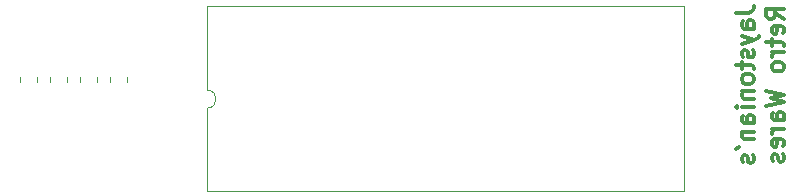
<source format=gbr>
%TF.GenerationSoftware,KiCad,Pcbnew,(5.1.10)-1*%
%TF.CreationDate,2022-11-19T00:44:39-05:00*%
%TF.ProjectId,ColecoProgrammingAdapter,436f6c65-636f-4507-926f-6772616d6d69,1*%
%TF.SameCoordinates,Original*%
%TF.FileFunction,Legend,Bot*%
%TF.FilePolarity,Positive*%
%FSLAX46Y46*%
G04 Gerber Fmt 4.6, Leading zero omitted, Abs format (unit mm)*
G04 Created by KiCad (PCBNEW (5.1.10)-1) date 2022-11-19 00:44:39*
%MOMM*%
%LPD*%
G01*
G04 APERTURE LIST*
%ADD10C,0.120000*%
%ADD11C,0.300000*%
G04 APERTURE END LIST*
D10*
X176403000Y-111887000D02*
X176403000Y-127508000D01*
X136017000Y-111887000D02*
X176403000Y-111887000D01*
X136017000Y-127508000D02*
X176403000Y-127508000D01*
X136017000Y-120523000D02*
X136017000Y-127508000D01*
X136017000Y-118999000D02*
X136017000Y-111887000D01*
X136017000Y-120523000D02*
G75*
G03*
X136017000Y-118999000I0J762000D01*
G01*
D11*
X180783571Y-112447357D02*
X181855000Y-112447357D01*
X182069285Y-112375928D01*
X182212142Y-112233071D01*
X182283571Y-112018785D01*
X182283571Y-111875928D01*
X182283571Y-113804500D02*
X181497857Y-113804500D01*
X181355000Y-113733071D01*
X181283571Y-113590214D01*
X181283571Y-113304500D01*
X181355000Y-113161642D01*
X182212142Y-113804500D02*
X182283571Y-113661642D01*
X182283571Y-113304500D01*
X182212142Y-113161642D01*
X182069285Y-113090214D01*
X181926428Y-113090214D01*
X181783571Y-113161642D01*
X181712142Y-113304500D01*
X181712142Y-113661642D01*
X181640714Y-113804500D01*
X181283571Y-114375928D02*
X182283571Y-114733071D01*
X181283571Y-115090214D02*
X182283571Y-114733071D01*
X182640714Y-114590214D01*
X182712142Y-114518785D01*
X182783571Y-114375928D01*
X182212142Y-115590214D02*
X182283571Y-115733071D01*
X182283571Y-116018785D01*
X182212142Y-116161642D01*
X182069285Y-116233071D01*
X181997857Y-116233071D01*
X181855000Y-116161642D01*
X181783571Y-116018785D01*
X181783571Y-115804500D01*
X181712142Y-115661642D01*
X181569285Y-115590214D01*
X181497857Y-115590214D01*
X181355000Y-115661642D01*
X181283571Y-115804500D01*
X181283571Y-116018785D01*
X181355000Y-116161642D01*
X181283571Y-116661642D02*
X181283571Y-117233071D01*
X180783571Y-116875928D02*
X182069285Y-116875928D01*
X182212142Y-116947357D01*
X182283571Y-117090214D01*
X182283571Y-117233071D01*
X182283571Y-117947357D02*
X182212142Y-117804500D01*
X182140714Y-117733071D01*
X181997857Y-117661642D01*
X181569285Y-117661642D01*
X181426428Y-117733071D01*
X181355000Y-117804500D01*
X181283571Y-117947357D01*
X181283571Y-118161642D01*
X181355000Y-118304500D01*
X181426428Y-118375928D01*
X181569285Y-118447357D01*
X181997857Y-118447357D01*
X182140714Y-118375928D01*
X182212142Y-118304500D01*
X182283571Y-118161642D01*
X182283571Y-117947357D01*
X181283571Y-119090214D02*
X182283571Y-119090214D01*
X181426428Y-119090214D02*
X181355000Y-119161642D01*
X181283571Y-119304500D01*
X181283571Y-119518785D01*
X181355000Y-119661642D01*
X181497857Y-119733071D01*
X182283571Y-119733071D01*
X182283571Y-120447357D02*
X181283571Y-120447357D01*
X180783571Y-120447357D02*
X180855000Y-120375928D01*
X180926428Y-120447357D01*
X180855000Y-120518785D01*
X180783571Y-120447357D01*
X180926428Y-120447357D01*
X182283571Y-121804500D02*
X181497857Y-121804500D01*
X181355000Y-121733071D01*
X181283571Y-121590214D01*
X181283571Y-121304500D01*
X181355000Y-121161642D01*
X182212142Y-121804500D02*
X182283571Y-121661642D01*
X182283571Y-121304500D01*
X182212142Y-121161642D01*
X182069285Y-121090214D01*
X181926428Y-121090214D01*
X181783571Y-121161642D01*
X181712142Y-121304500D01*
X181712142Y-121661642D01*
X181640714Y-121804500D01*
X181283571Y-122518785D02*
X182283571Y-122518785D01*
X181426428Y-122518785D02*
X181355000Y-122590214D01*
X181283571Y-122733071D01*
X181283571Y-122947357D01*
X181355000Y-123090214D01*
X181497857Y-123161642D01*
X182283571Y-123161642D01*
X180783571Y-123947357D02*
X181069285Y-123804500D01*
X182212142Y-124518785D02*
X182283571Y-124661642D01*
X182283571Y-124947357D01*
X182212142Y-125090214D01*
X182069285Y-125161642D01*
X181997857Y-125161642D01*
X181855000Y-125090214D01*
X181783571Y-124947357D01*
X181783571Y-124733071D01*
X181712142Y-124590214D01*
X181569285Y-124518785D01*
X181497857Y-124518785D01*
X181355000Y-124590214D01*
X181283571Y-124733071D01*
X181283571Y-124947357D01*
X181355000Y-125090214D01*
X184833571Y-112983071D02*
X184119285Y-112483071D01*
X184833571Y-112125928D02*
X183333571Y-112125928D01*
X183333571Y-112697357D01*
X183405000Y-112840214D01*
X183476428Y-112911642D01*
X183619285Y-112983071D01*
X183833571Y-112983071D01*
X183976428Y-112911642D01*
X184047857Y-112840214D01*
X184119285Y-112697357D01*
X184119285Y-112125928D01*
X184762142Y-114197357D02*
X184833571Y-114054500D01*
X184833571Y-113768785D01*
X184762142Y-113625928D01*
X184619285Y-113554500D01*
X184047857Y-113554500D01*
X183905000Y-113625928D01*
X183833571Y-113768785D01*
X183833571Y-114054500D01*
X183905000Y-114197357D01*
X184047857Y-114268785D01*
X184190714Y-114268785D01*
X184333571Y-113554500D01*
X183833571Y-114697357D02*
X183833571Y-115268785D01*
X183333571Y-114911642D02*
X184619285Y-114911642D01*
X184762142Y-114983071D01*
X184833571Y-115125928D01*
X184833571Y-115268785D01*
X184833571Y-115768785D02*
X183833571Y-115768785D01*
X184119285Y-115768785D02*
X183976428Y-115840214D01*
X183905000Y-115911642D01*
X183833571Y-116054500D01*
X183833571Y-116197357D01*
X184833571Y-116911642D02*
X184762142Y-116768785D01*
X184690714Y-116697357D01*
X184547857Y-116625928D01*
X184119285Y-116625928D01*
X183976428Y-116697357D01*
X183905000Y-116768785D01*
X183833571Y-116911642D01*
X183833571Y-117125928D01*
X183905000Y-117268785D01*
X183976428Y-117340214D01*
X184119285Y-117411642D01*
X184547857Y-117411642D01*
X184690714Y-117340214D01*
X184762142Y-117268785D01*
X184833571Y-117125928D01*
X184833571Y-116911642D01*
X183333571Y-119054500D02*
X184833571Y-119411642D01*
X183762142Y-119697357D01*
X184833571Y-119983071D01*
X183333571Y-120340214D01*
X184833571Y-121554500D02*
X184047857Y-121554500D01*
X183905000Y-121483071D01*
X183833571Y-121340214D01*
X183833571Y-121054500D01*
X183905000Y-120911642D01*
X184762142Y-121554500D02*
X184833571Y-121411642D01*
X184833571Y-121054500D01*
X184762142Y-120911642D01*
X184619285Y-120840214D01*
X184476428Y-120840214D01*
X184333571Y-120911642D01*
X184262142Y-121054500D01*
X184262142Y-121411642D01*
X184190714Y-121554500D01*
X184833571Y-122268785D02*
X183833571Y-122268785D01*
X184119285Y-122268785D02*
X183976428Y-122340214D01*
X183905000Y-122411642D01*
X183833571Y-122554500D01*
X183833571Y-122697357D01*
X184762142Y-123768785D02*
X184833571Y-123625928D01*
X184833571Y-123340214D01*
X184762142Y-123197357D01*
X184619285Y-123125928D01*
X184047857Y-123125928D01*
X183905000Y-123197357D01*
X183833571Y-123340214D01*
X183833571Y-123625928D01*
X183905000Y-123768785D01*
X184047857Y-123840214D01*
X184190714Y-123840214D01*
X184333571Y-123125928D01*
X184762142Y-124411642D02*
X184833571Y-124554500D01*
X184833571Y-124840214D01*
X184762142Y-124983071D01*
X184619285Y-125054500D01*
X184547857Y-125054500D01*
X184405000Y-124983071D01*
X184333571Y-124840214D01*
X184333571Y-124625928D01*
X184262142Y-124483071D01*
X184119285Y-124411642D01*
X184047857Y-124411642D01*
X183905000Y-124483071D01*
X183833571Y-124625928D01*
X183833571Y-124840214D01*
X183905000Y-124983071D01*
D10*
%TO.C,R1*%
X120169000Y-118337064D02*
X120169000Y-117882936D01*
X121639000Y-118337064D02*
X121639000Y-117882936D01*
%TO.C,R2*%
X124179000Y-118337064D02*
X124179000Y-117882936D01*
X122709000Y-118337064D02*
X122709000Y-117882936D01*
%TO.C,R3*%
X125249000Y-118337064D02*
X125249000Y-117882936D01*
X126719000Y-118337064D02*
X126719000Y-117882936D01*
%TO.C,R4*%
X129259000Y-118337064D02*
X129259000Y-117882936D01*
X127789000Y-118337064D02*
X127789000Y-117882936D01*
%TD*%
M02*

</source>
